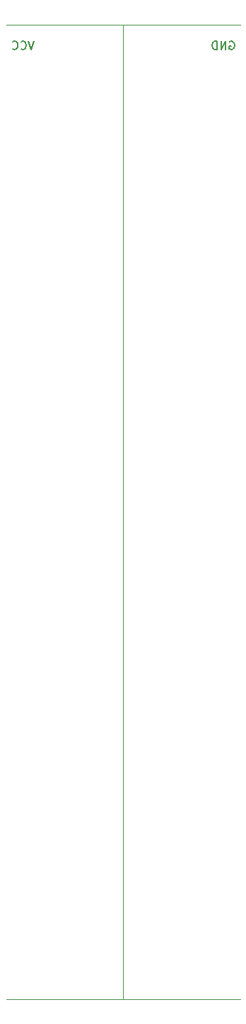
<source format=gbr>
%TF.GenerationSoftware,KiCad,Pcbnew,8.0.4*%
%TF.CreationDate,2024-09-27T18:26:47+01:00*%
%TF.ProjectId,EuroRackPanel-6HP-30mm,4575726f-5261-4636-9b50-616e656c2d36,rev?*%
%TF.SameCoordinates,Original*%
%TF.FileFunction,Legend,Bot*%
%TF.FilePolarity,Positive*%
%FSLAX46Y46*%
G04 Gerber Fmt 4.6, Leading zero omitted, Abs format (unit mm)*
G04 Created by KiCad (PCBNEW 8.0.4) date 2024-09-27 18:26:47*
%MOMM*%
%LPD*%
G01*
G04 APERTURE LIST*
%ADD10C,0.100000*%
%ADD11C,0.150000*%
G04 APERTURE END LIST*
D10*
X51000000Y-56000000D02*
X79000000Y-56000000D01*
X65000000Y-56000000D02*
X65000000Y-172500000D01*
X51000000Y-172500000D02*
X79000000Y-172500000D01*
D11*
X54333332Y-57954819D02*
X53999999Y-58954819D01*
X53999999Y-58954819D02*
X53666666Y-57954819D01*
X52761904Y-58859580D02*
X52809523Y-58907200D01*
X52809523Y-58907200D02*
X52952380Y-58954819D01*
X52952380Y-58954819D02*
X53047618Y-58954819D01*
X53047618Y-58954819D02*
X53190475Y-58907200D01*
X53190475Y-58907200D02*
X53285713Y-58811961D01*
X53285713Y-58811961D02*
X53333332Y-58716723D01*
X53333332Y-58716723D02*
X53380951Y-58526247D01*
X53380951Y-58526247D02*
X53380951Y-58383390D01*
X53380951Y-58383390D02*
X53333332Y-58192914D01*
X53333332Y-58192914D02*
X53285713Y-58097676D01*
X53285713Y-58097676D02*
X53190475Y-58002438D01*
X53190475Y-58002438D02*
X53047618Y-57954819D01*
X53047618Y-57954819D02*
X52952380Y-57954819D01*
X52952380Y-57954819D02*
X52809523Y-58002438D01*
X52809523Y-58002438D02*
X52761904Y-58050057D01*
X51761904Y-58859580D02*
X51809523Y-58907200D01*
X51809523Y-58907200D02*
X51952380Y-58954819D01*
X51952380Y-58954819D02*
X52047618Y-58954819D01*
X52047618Y-58954819D02*
X52190475Y-58907200D01*
X52190475Y-58907200D02*
X52285713Y-58811961D01*
X52285713Y-58811961D02*
X52333332Y-58716723D01*
X52333332Y-58716723D02*
X52380951Y-58526247D01*
X52380951Y-58526247D02*
X52380951Y-58383390D01*
X52380951Y-58383390D02*
X52333332Y-58192914D01*
X52333332Y-58192914D02*
X52285713Y-58097676D01*
X52285713Y-58097676D02*
X52190475Y-58002438D01*
X52190475Y-58002438D02*
X52047618Y-57954819D01*
X52047618Y-57954819D02*
X51952380Y-57954819D01*
X51952380Y-57954819D02*
X51809523Y-58002438D01*
X51809523Y-58002438D02*
X51761904Y-58050057D01*
X77761904Y-58002438D02*
X77857142Y-57954819D01*
X77857142Y-57954819D02*
X77999999Y-57954819D01*
X77999999Y-57954819D02*
X78142856Y-58002438D01*
X78142856Y-58002438D02*
X78238094Y-58097676D01*
X78238094Y-58097676D02*
X78285713Y-58192914D01*
X78285713Y-58192914D02*
X78333332Y-58383390D01*
X78333332Y-58383390D02*
X78333332Y-58526247D01*
X78333332Y-58526247D02*
X78285713Y-58716723D01*
X78285713Y-58716723D02*
X78238094Y-58811961D01*
X78238094Y-58811961D02*
X78142856Y-58907200D01*
X78142856Y-58907200D02*
X77999999Y-58954819D01*
X77999999Y-58954819D02*
X77904761Y-58954819D01*
X77904761Y-58954819D02*
X77761904Y-58907200D01*
X77761904Y-58907200D02*
X77714285Y-58859580D01*
X77714285Y-58859580D02*
X77714285Y-58526247D01*
X77714285Y-58526247D02*
X77904761Y-58526247D01*
X77285713Y-58954819D02*
X77285713Y-57954819D01*
X77285713Y-57954819D02*
X76714285Y-58954819D01*
X76714285Y-58954819D02*
X76714285Y-57954819D01*
X76238094Y-58954819D02*
X76238094Y-57954819D01*
X76238094Y-57954819D02*
X75999999Y-57954819D01*
X75999999Y-57954819D02*
X75857142Y-58002438D01*
X75857142Y-58002438D02*
X75761904Y-58097676D01*
X75761904Y-58097676D02*
X75714285Y-58192914D01*
X75714285Y-58192914D02*
X75666666Y-58383390D01*
X75666666Y-58383390D02*
X75666666Y-58526247D01*
X75666666Y-58526247D02*
X75714285Y-58716723D01*
X75714285Y-58716723D02*
X75761904Y-58811961D01*
X75761904Y-58811961D02*
X75857142Y-58907200D01*
X75857142Y-58907200D02*
X75999999Y-58954819D01*
X75999999Y-58954819D02*
X76238094Y-58954819D01*
M02*

</source>
